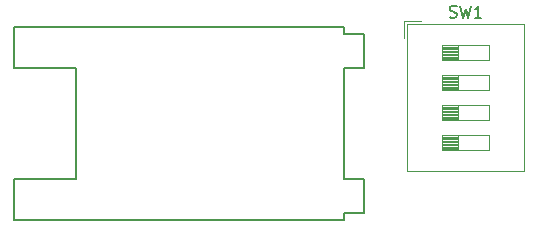
<source format=gbr>
G04 #@! TF.GenerationSoftware,KiCad,Pcbnew,5.1.5+dfsg1-2build2*
G04 #@! TF.CreationDate,2021-12-20T12:08:05-03:00*
G04 #@! TF.ProjectId,prueba,70727565-6261-42e6-9b69-6361645f7063,rev?*
G04 #@! TF.SameCoordinates,Original*
G04 #@! TF.FileFunction,Legend,Top*
G04 #@! TF.FilePolarity,Positive*
%FSLAX46Y46*%
G04 Gerber Fmt 4.6, Leading zero omitted, Abs format (unit mm)*
G04 Created by KiCad (PCBNEW 5.1.5+dfsg1-2build2) date 2021-12-20 12:08:05*
%MOMM*%
%LPD*%
G04 APERTURE LIST*
%ADD10C,0.120000*%
%ADD11C,0.200000*%
%ADD12C,0.150000*%
G04 APERTURE END LIST*
D10*
X146133333Y-81985000D02*
X146133333Y-83255000D01*
X144780000Y-83185000D02*
X146133333Y-83185000D01*
X144780000Y-83065000D02*
X146133333Y-83065000D01*
X144780000Y-82945000D02*
X146133333Y-82945000D01*
X144780000Y-82825000D02*
X146133333Y-82825000D01*
X144780000Y-82705000D02*
X146133333Y-82705000D01*
X144780000Y-82585000D02*
X146133333Y-82585000D01*
X144780000Y-82465000D02*
X146133333Y-82465000D01*
X144780000Y-82345000D02*
X146133333Y-82345000D01*
X144780000Y-82225000D02*
X146133333Y-82225000D01*
X144780000Y-82105000D02*
X146133333Y-82105000D01*
X148840000Y-81985000D02*
X144780000Y-81985000D01*
X148840000Y-83255000D02*
X148840000Y-81985000D01*
X144780000Y-83255000D02*
X148840000Y-83255000D01*
X144780000Y-81985000D02*
X144780000Y-83255000D01*
X146133333Y-79445000D02*
X146133333Y-80715000D01*
X144780000Y-80645000D02*
X146133333Y-80645000D01*
X144780000Y-80525000D02*
X146133333Y-80525000D01*
X144780000Y-80405000D02*
X146133333Y-80405000D01*
X144780000Y-80285000D02*
X146133333Y-80285000D01*
X144780000Y-80165000D02*
X146133333Y-80165000D01*
X144780000Y-80045000D02*
X146133333Y-80045000D01*
X144780000Y-79925000D02*
X146133333Y-79925000D01*
X144780000Y-79805000D02*
X146133333Y-79805000D01*
X144780000Y-79685000D02*
X146133333Y-79685000D01*
X144780000Y-79565000D02*
X146133333Y-79565000D01*
X148840000Y-79445000D02*
X144780000Y-79445000D01*
X148840000Y-80715000D02*
X148840000Y-79445000D01*
X144780000Y-80715000D02*
X148840000Y-80715000D01*
X144780000Y-79445000D02*
X144780000Y-80715000D01*
X146133333Y-76905000D02*
X146133333Y-78175000D01*
X144780000Y-78105000D02*
X146133333Y-78105000D01*
X144780000Y-77985000D02*
X146133333Y-77985000D01*
X144780000Y-77865000D02*
X146133333Y-77865000D01*
X144780000Y-77745000D02*
X146133333Y-77745000D01*
X144780000Y-77625000D02*
X146133333Y-77625000D01*
X144780000Y-77505000D02*
X146133333Y-77505000D01*
X144780000Y-77385000D02*
X146133333Y-77385000D01*
X144780000Y-77265000D02*
X146133333Y-77265000D01*
X144780000Y-77145000D02*
X146133333Y-77145000D01*
X144780000Y-77025000D02*
X146133333Y-77025000D01*
X148840000Y-76905000D02*
X144780000Y-76905000D01*
X148840000Y-78175000D02*
X148840000Y-76905000D01*
X144780000Y-78175000D02*
X148840000Y-78175000D01*
X144780000Y-76905000D02*
X144780000Y-78175000D01*
X146133333Y-74365000D02*
X146133333Y-75635000D01*
X144780000Y-75565000D02*
X146133333Y-75565000D01*
X144780000Y-75445000D02*
X146133333Y-75445000D01*
X144780000Y-75325000D02*
X146133333Y-75325000D01*
X144780000Y-75205000D02*
X146133333Y-75205000D01*
X144780000Y-75085000D02*
X146133333Y-75085000D01*
X144780000Y-74965000D02*
X146133333Y-74965000D01*
X144780000Y-74845000D02*
X146133333Y-74845000D01*
X144780000Y-74725000D02*
X146133333Y-74725000D01*
X144780000Y-74605000D02*
X146133333Y-74605000D01*
X144780000Y-74485000D02*
X146133333Y-74485000D01*
X148840000Y-74365000D02*
X144780000Y-74365000D01*
X148840000Y-75635000D02*
X148840000Y-74365000D01*
X144780000Y-75635000D02*
X148840000Y-75635000D01*
X144780000Y-74365000D02*
X144780000Y-75635000D01*
X141620000Y-72340000D02*
X141620000Y-73723000D01*
X141620000Y-72340000D02*
X143004000Y-72340000D01*
X151760000Y-72580000D02*
X151760000Y-85040000D01*
X141860000Y-72580000D02*
X141860000Y-85040000D01*
X141860000Y-85040000D02*
X151760000Y-85040000D01*
X141860000Y-72580000D02*
X151760000Y-72580000D01*
D11*
X136500000Y-88600000D02*
X136500000Y-89200000D01*
X108580000Y-72800000D02*
X108580000Y-76270000D01*
X138230000Y-85730000D02*
X138230000Y-88600000D01*
X136500000Y-88600000D02*
X138230000Y-88600000D01*
X136500000Y-72800000D02*
X136500000Y-73400000D01*
X136500000Y-73400000D02*
X138230000Y-73400000D01*
X108580000Y-72800000D02*
X136500000Y-72800000D01*
X108580000Y-85730000D02*
X113825000Y-85730000D01*
X113825000Y-76270000D02*
X113825000Y-85730000D01*
X108580000Y-85730000D02*
X108580000Y-89200000D01*
X138230000Y-73400000D02*
X138230000Y-76270000D01*
X136500000Y-76270000D02*
X138230000Y-76270000D01*
X108580000Y-76270000D02*
X113825000Y-76270000D01*
X136500000Y-76270000D02*
X136500000Y-85730000D01*
X108580000Y-89200000D02*
X136500000Y-89200000D01*
X136500000Y-85730000D02*
X138230000Y-85730000D01*
D12*
X145476666Y-71984761D02*
X145619523Y-72032380D01*
X145857619Y-72032380D01*
X145952857Y-71984761D01*
X146000476Y-71937142D01*
X146048095Y-71841904D01*
X146048095Y-71746666D01*
X146000476Y-71651428D01*
X145952857Y-71603809D01*
X145857619Y-71556190D01*
X145667142Y-71508571D01*
X145571904Y-71460952D01*
X145524285Y-71413333D01*
X145476666Y-71318095D01*
X145476666Y-71222857D01*
X145524285Y-71127619D01*
X145571904Y-71080000D01*
X145667142Y-71032380D01*
X145905238Y-71032380D01*
X146048095Y-71080000D01*
X146381428Y-71032380D02*
X146619523Y-72032380D01*
X146810000Y-71318095D01*
X147000476Y-72032380D01*
X147238571Y-71032380D01*
X148143333Y-72032380D02*
X147571904Y-72032380D01*
X147857619Y-72032380D02*
X147857619Y-71032380D01*
X147762380Y-71175238D01*
X147667142Y-71270476D01*
X147571904Y-71318095D01*
M02*

</source>
